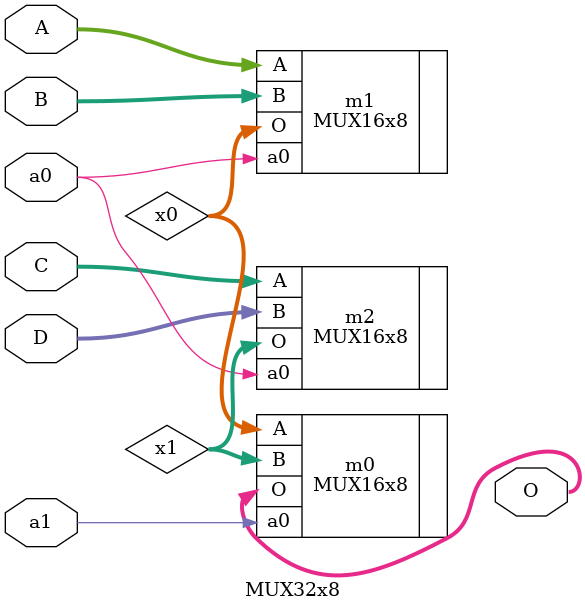
<source format=v>
`include "MUX16x8.v"

module MUX32x8(
  input wire [7:0] A, B, C, D,
  input wire a1, a0,
  output wire [7:0] O
);
  wire [7:0] x1, x0;
  MUX16x8 m2(
    .B (D),
    .A (C),
    .a0 (a0),
    .O (x1)
  );
  
  MUX16x8 m1(
    .B (B),
    .A (A),
    .a0 (a0),
    .O (x0)
  );
  
  MUX16x8 m0(
    .B (x1),
    .A (x0),
    .a0 (a1),
    .O (O)
  );
  
endmodule
</source>
